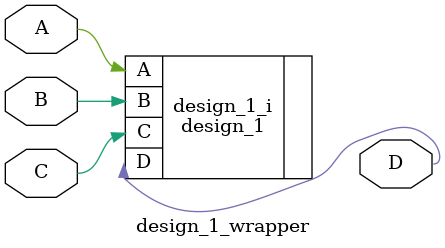
<source format=v>
`timescale 1 ps / 1 ps

module design_1_wrapper
   (A,
    B,
    C,
    D);
  input [0:0]A;
  input [0:0]B;
  input [0:0]C;
  output [0:0]D;

  wire [0:0]A;
  wire [0:0]B;
  wire [0:0]C;
  wire [0:0]D;

  design_1 design_1_i
       (.A(A),
        .B(B),
        .C(C),
        .D(D));
endmodule

</source>
